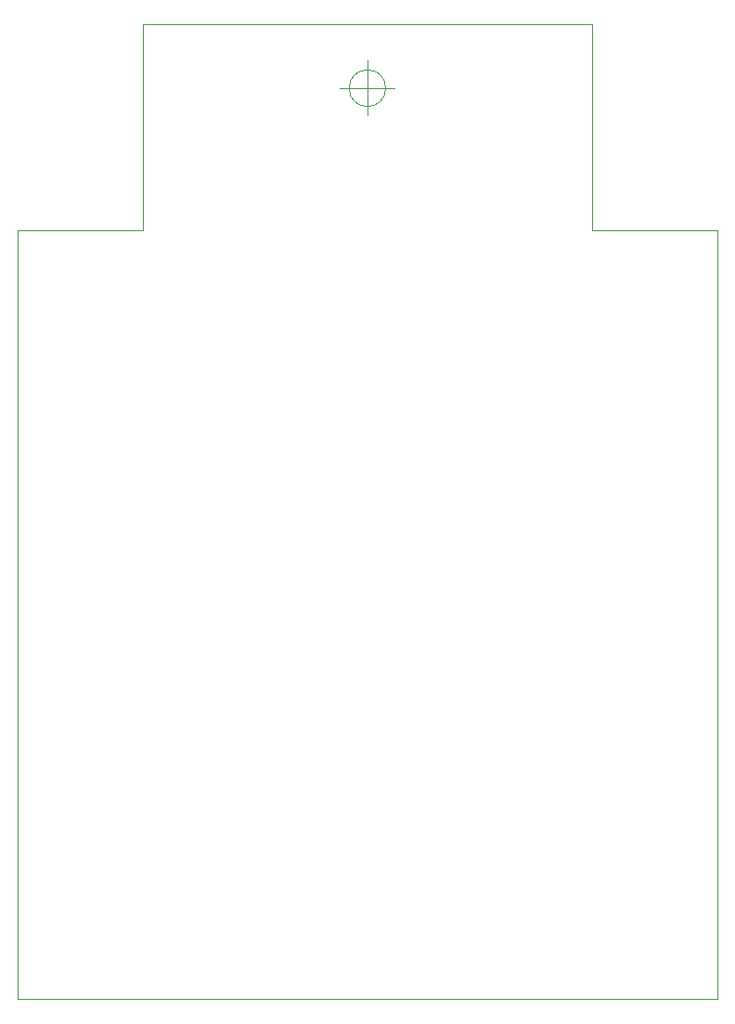
<source format=gbr>
%TF.GenerationSoftware,KiCad,Pcbnew,5.1.10-1.fc33*%
%TF.CreationDate,2021-06-14T19:53:07+02:00*%
%TF.ProjectId,xecar524,78656361-7235-4323-942e-6b696361645f,rev?*%
%TF.SameCoordinates,Original*%
%TF.FileFunction,Profile,NP*%
%FSLAX46Y46*%
G04 Gerber Fmt 4.6, Leading zero omitted, Abs format (unit mm)*
G04 Created by KiCad (PCBNEW 5.1.10-1.fc33) date 2021-06-14 19:53:07*
%MOMM*%
%LPD*%
G01*
G04 APERTURE LIST*
%TA.AperFunction,Profile*%
%ADD10C,0.050000*%
%TD*%
G04 APERTURE END LIST*
D10*
X118100000Y-133600000D02*
X181900000Y-133600000D01*
X181900000Y-63500000D02*
X181900000Y-133600000D01*
X118100000Y-63500000D02*
X118100000Y-133600000D01*
X129500000Y-63500000D02*
X118100000Y-63500000D01*
X170500000Y-63500000D02*
X181900000Y-63500000D01*
X129500000Y-44700000D02*
X170500000Y-44700000D01*
X170500000Y-44700000D02*
X170500000Y-63500000D01*
X129500000Y-44700000D02*
X129500000Y-63500000D01*
X151666666Y-50500000D02*
G75*
G03*
X151666666Y-50500000I-1666666J0D01*
G01*
X147500000Y-50500000D02*
X152500000Y-50500000D01*
X150000000Y-48000000D02*
X150000000Y-53000000D01*
M02*

</source>
